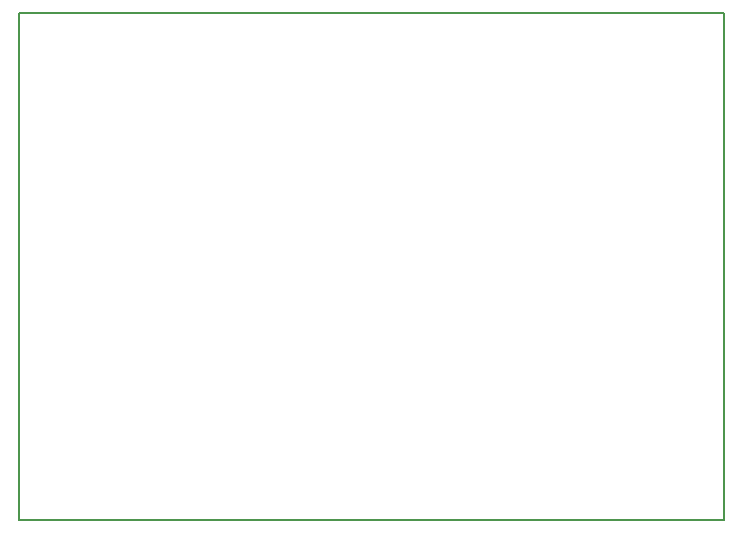
<source format=gm1>
G04 #@! TF.FileFunction,Profile,NP*
%FSLAX46Y46*%
G04 Gerber Fmt 4.6, Leading zero omitted, Abs format (unit mm)*
G04 Created by KiCad (PCBNEW 4.0.7) date Wed Oct 11 15:04:58 2017*
%MOMM*%
%LPD*%
G01*
G04 APERTURE LIST*
%ADD10C,0.200000*%
%ADD11C,0.150000*%
G04 APERTURE END LIST*
D10*
D11*
X36322000Y-101854000D02*
X36322000Y-58928000D01*
X96012000Y-101854000D02*
X36322000Y-101854000D01*
X96012000Y-58928000D02*
X96012000Y-101854000D01*
X36322000Y-58928000D02*
X96012000Y-58928000D01*
M02*

</source>
